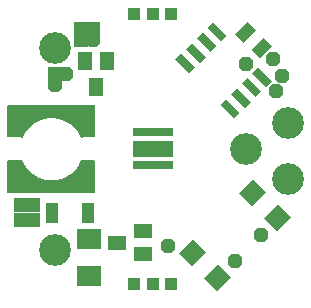
<source format=gts>
G75*
%MOIN*%
%OFA0B0*%
%FSLAX25Y25*%
%IPPOS*%
%LPD*%
%AMOC8*
5,1,8,0,0,1.08239X$1,22.5*
%
%ADD10R,0.05600X0.05600*%
%ADD11C,0.00500*%
%ADD12C,0.00160*%
%ADD13R,0.13592X0.02569*%
%ADD14R,0.13592X0.05718*%
%ADD15R,0.04537X0.06112*%
%ADD16R,0.06899X0.06112*%
%ADD17C,0.10600*%
%ADD18R,0.06112X0.04537*%
%ADD19R,0.04143X0.06899*%
%ADD20R,0.04143X0.05718*%
%ADD21R,0.02765X0.06506*%
%ADD22R,0.08080X0.06899*%
%ADD23R,0.04756X0.04756*%
%ADD24OC8,0.04756*%
%ADD25R,0.04362X0.04362*%
D10*
X0086061Y0071189D03*
X0086061Y0094811D03*
D11*
X0088620Y0094793D02*
X0059880Y0094793D01*
X0059880Y0094295D02*
X0088620Y0094295D01*
X0088620Y0093796D02*
X0073209Y0093796D01*
X0072944Y0093838D02*
X0074250Y0093630D01*
X0075549Y0093791D01*
X0076856Y0093747D01*
X0078141Y0093499D01*
X0079371Y0093053D01*
X0080517Y0092420D01*
X0081549Y0091616D01*
X0082442Y0090660D01*
X0083176Y0089576D01*
X0083730Y0088391D01*
X0084093Y0087134D01*
X0088620Y0087134D01*
X0088620Y0097370D01*
X0059880Y0097370D01*
X0059880Y0087134D01*
X0064407Y0087134D01*
X0064729Y0088417D01*
X0065257Y0089629D01*
X0065977Y0090739D01*
X0066869Y0091716D01*
X0067909Y0092533D01*
X0069069Y0093168D01*
X0070318Y0093604D01*
X0071621Y0093830D01*
X0072944Y0093838D01*
X0071427Y0093796D02*
X0059880Y0093796D01*
X0059880Y0093298D02*
X0069441Y0093298D01*
X0068396Y0092799D02*
X0059880Y0092799D01*
X0059880Y0092301D02*
X0067614Y0092301D01*
X0066979Y0091802D02*
X0059880Y0091802D01*
X0059880Y0091303D02*
X0066493Y0091303D01*
X0066037Y0090805D02*
X0059880Y0090805D01*
X0059880Y0090306D02*
X0065697Y0090306D01*
X0065373Y0089808D02*
X0059880Y0089808D01*
X0059880Y0089309D02*
X0065118Y0089309D01*
X0064901Y0088811D02*
X0059880Y0088811D01*
X0059880Y0088312D02*
X0064703Y0088312D01*
X0064578Y0087814D02*
X0059880Y0087814D01*
X0059880Y0087315D02*
X0064453Y0087315D01*
X0059880Y0095292D02*
X0088620Y0095292D01*
X0088620Y0095790D02*
X0059880Y0095790D01*
X0059880Y0096289D02*
X0088620Y0096289D01*
X0088620Y0096787D02*
X0059880Y0096787D01*
X0059880Y0097286D02*
X0088620Y0097286D01*
X0088620Y0093298D02*
X0078697Y0093298D01*
X0079831Y0092799D02*
X0088620Y0092799D01*
X0088620Y0092301D02*
X0080670Y0092301D01*
X0081310Y0091802D02*
X0088620Y0091802D01*
X0088620Y0091303D02*
X0081841Y0091303D01*
X0082307Y0090805D02*
X0088620Y0090805D01*
X0088620Y0090306D02*
X0082682Y0090306D01*
X0083019Y0089808D02*
X0088620Y0089808D01*
X0088620Y0089309D02*
X0083301Y0089309D01*
X0083534Y0088811D02*
X0088620Y0088811D01*
X0088620Y0088312D02*
X0083753Y0088312D01*
X0083897Y0087814D02*
X0088620Y0087814D01*
X0088620Y0087315D02*
X0084040Y0087315D01*
X0084093Y0078866D02*
X0088620Y0078866D01*
X0088620Y0068630D01*
X0059880Y0068630D01*
X0059880Y0078866D01*
X0064407Y0078866D01*
X0064770Y0077609D01*
X0065324Y0076424D01*
X0066058Y0075340D01*
X0066951Y0074384D01*
X0067983Y0073580D01*
X0069129Y0072947D01*
X0070359Y0072501D01*
X0071644Y0072253D01*
X0072951Y0072209D01*
X0074250Y0072370D01*
X0075556Y0072162D01*
X0076879Y0072170D01*
X0078182Y0072396D01*
X0079431Y0072832D01*
X0080591Y0073467D01*
X0081631Y0074284D01*
X0082523Y0075261D01*
X0083243Y0076371D01*
X0083771Y0077583D01*
X0084093Y0078866D01*
X0084086Y0078841D02*
X0088620Y0078841D01*
X0088620Y0078342D02*
X0083961Y0078342D01*
X0083836Y0077844D02*
X0088620Y0077844D01*
X0088620Y0077345D02*
X0083667Y0077345D01*
X0083450Y0076847D02*
X0088620Y0076847D01*
X0088620Y0076348D02*
X0083228Y0076348D01*
X0082905Y0075850D02*
X0088620Y0075850D01*
X0088620Y0075351D02*
X0082581Y0075351D01*
X0082150Y0074853D02*
X0088620Y0074853D01*
X0088620Y0074354D02*
X0081694Y0074354D01*
X0081085Y0073856D02*
X0088620Y0073856D01*
X0088620Y0073357D02*
X0080389Y0073357D01*
X0079479Y0072859D02*
X0088620Y0072859D01*
X0088620Y0072360D02*
X0077975Y0072360D01*
X0074313Y0072360D02*
X0074169Y0072360D01*
X0071088Y0072360D02*
X0059880Y0072360D01*
X0059880Y0071862D02*
X0088620Y0071862D01*
X0088620Y0071363D02*
X0059880Y0071363D01*
X0059880Y0070865D02*
X0088620Y0070865D01*
X0088620Y0070366D02*
X0059880Y0070366D01*
X0059880Y0069868D02*
X0088620Y0069868D01*
X0088620Y0069369D02*
X0059880Y0069369D01*
X0059880Y0068870D02*
X0088620Y0068870D01*
X0069372Y0072859D02*
X0059880Y0072859D01*
X0059880Y0073357D02*
X0068386Y0073357D01*
X0067629Y0073856D02*
X0059880Y0073856D01*
X0059880Y0074354D02*
X0066989Y0074354D01*
X0066513Y0074853D02*
X0059880Y0074853D01*
X0059880Y0075351D02*
X0066050Y0075351D01*
X0065713Y0075850D02*
X0059880Y0075850D01*
X0059880Y0076348D02*
X0065375Y0076348D01*
X0065126Y0076847D02*
X0059880Y0076847D01*
X0059880Y0077345D02*
X0064893Y0077345D01*
X0064702Y0077844D02*
X0059880Y0077844D01*
X0059880Y0078342D02*
X0064558Y0078342D01*
X0064415Y0078841D02*
X0059880Y0078841D01*
D12*
X0085354Y0087643D02*
X0084027Y0087085D01*
X0083922Y0087323D01*
X0083810Y0087558D01*
X0083694Y0087790D01*
X0083571Y0088019D01*
X0083443Y0088245D01*
X0083309Y0088468D01*
X0083170Y0088688D01*
X0083026Y0088904D01*
X0082876Y0089117D01*
X0082722Y0089326D01*
X0082562Y0089531D01*
X0082397Y0089732D01*
X0082228Y0089929D01*
X0082054Y0090122D01*
X0081875Y0090310D01*
X0081691Y0090494D01*
X0081503Y0090674D01*
X0081311Y0090849D01*
X0081114Y0091019D01*
X0080914Y0091184D01*
X0080709Y0091345D01*
X0080501Y0091500D01*
X0080289Y0091650D01*
X0080073Y0091796D01*
X0079854Y0091935D01*
X0079632Y0092070D01*
X0079406Y0092198D01*
X0079177Y0092322D01*
X0078945Y0092440D01*
X0078711Y0092552D01*
X0078474Y0092658D01*
X0078234Y0092758D01*
X0077992Y0092853D01*
X0077747Y0092942D01*
X0077501Y0093024D01*
X0077253Y0093101D01*
X0077002Y0093171D01*
X0076751Y0093236D01*
X0076497Y0093294D01*
X0076243Y0093346D01*
X0075987Y0093392D01*
X0075730Y0093432D01*
X0075472Y0093465D01*
X0075213Y0093492D01*
X0074954Y0093513D01*
X0074695Y0093527D01*
X0074435Y0093535D01*
X0074175Y0093537D01*
X0073915Y0093532D01*
X0073656Y0093521D01*
X0073396Y0093504D01*
X0073137Y0093480D01*
X0072879Y0093450D01*
X0072622Y0093414D01*
X0072365Y0093372D01*
X0072110Y0093323D01*
X0071856Y0093268D01*
X0071603Y0093207D01*
X0071352Y0093140D01*
X0071103Y0093066D01*
X0070855Y0092987D01*
X0070610Y0092901D01*
X0070367Y0092810D01*
X0070125Y0092713D01*
X0069887Y0092610D01*
X0069651Y0092501D01*
X0069418Y0092386D01*
X0069187Y0092266D01*
X0068960Y0092140D01*
X0068736Y0092008D01*
X0068515Y0091872D01*
X0068297Y0091729D01*
X0068083Y0091582D01*
X0067873Y0091429D01*
X0067666Y0091272D01*
X0067463Y0091109D01*
X0067265Y0090941D01*
X0067070Y0090769D01*
X0066880Y0090592D01*
X0066694Y0090410D01*
X0066512Y0090224D01*
X0066336Y0090033D01*
X0066163Y0089839D01*
X0065996Y0089640D01*
X0065834Y0089437D01*
X0065676Y0089230D01*
X0065524Y0089019D01*
X0065377Y0088805D01*
X0065235Y0088587D01*
X0065099Y0088366D01*
X0064967Y0088142D01*
X0064842Y0087914D01*
X0064722Y0087683D01*
X0064608Y0087450D01*
X0064499Y0087214D01*
X0064396Y0086975D01*
X0063063Y0087518D01*
X0063179Y0087790D01*
X0063302Y0088058D01*
X0063432Y0088323D01*
X0063568Y0088585D01*
X0063710Y0088844D01*
X0063859Y0089099D01*
X0064014Y0089351D01*
X0064175Y0089598D01*
X0064342Y0089842D01*
X0064515Y0090081D01*
X0064693Y0090316D01*
X0064878Y0090547D01*
X0065068Y0090773D01*
X0065263Y0090994D01*
X0065464Y0091211D01*
X0065670Y0091422D01*
X0065881Y0091629D01*
X0066097Y0091830D01*
X0066318Y0092026D01*
X0066543Y0092217D01*
X0066773Y0092402D01*
X0067008Y0092581D01*
X0067247Y0092754D01*
X0067490Y0092922D01*
X0067737Y0093084D01*
X0067988Y0093239D01*
X0068243Y0093389D01*
X0068501Y0093532D01*
X0068763Y0093669D01*
X0069028Y0093799D01*
X0069296Y0093923D01*
X0069567Y0094040D01*
X0069841Y0094151D01*
X0070117Y0094255D01*
X0070396Y0094352D01*
X0070677Y0094442D01*
X0070960Y0094525D01*
X0071245Y0094602D01*
X0071532Y0094671D01*
X0071821Y0094734D01*
X0072111Y0094789D01*
X0072402Y0094837D01*
X0072695Y0094879D01*
X0072988Y0094913D01*
X0073282Y0094939D01*
X0073577Y0094959D01*
X0073872Y0094972D01*
X0074167Y0094977D01*
X0074462Y0094975D01*
X0074757Y0094966D01*
X0075052Y0094949D01*
X0075347Y0094926D01*
X0075640Y0094895D01*
X0075933Y0094857D01*
X0076225Y0094812D01*
X0076516Y0094760D01*
X0076805Y0094701D01*
X0077093Y0094635D01*
X0077379Y0094561D01*
X0077663Y0094481D01*
X0077945Y0094394D01*
X0078225Y0094300D01*
X0078502Y0094199D01*
X0078777Y0094092D01*
X0079050Y0093978D01*
X0079319Y0093857D01*
X0079586Y0093729D01*
X0079849Y0093596D01*
X0080109Y0093455D01*
X0080365Y0093309D01*
X0080618Y0093156D01*
X0080867Y0092997D01*
X0081112Y0092832D01*
X0081352Y0092662D01*
X0081589Y0092485D01*
X0081821Y0092303D01*
X0082049Y0092115D01*
X0082272Y0091921D01*
X0082490Y0091722D01*
X0082704Y0091518D01*
X0082912Y0091309D01*
X0083115Y0091095D01*
X0083313Y0090875D01*
X0083505Y0090651D01*
X0083692Y0090423D01*
X0083874Y0090190D01*
X0084049Y0089952D01*
X0084219Y0089711D01*
X0084383Y0089465D01*
X0084540Y0089215D01*
X0084692Y0088962D01*
X0084837Y0088705D01*
X0084976Y0088444D01*
X0085109Y0088181D01*
X0085235Y0087914D01*
X0085355Y0087644D01*
X0085215Y0087585D01*
X0085097Y0087852D01*
X0084973Y0088115D01*
X0084842Y0088376D01*
X0084704Y0088633D01*
X0084561Y0088887D01*
X0084411Y0089137D01*
X0084256Y0089384D01*
X0084094Y0089626D01*
X0083926Y0089865D01*
X0083753Y0090099D01*
X0083574Y0090329D01*
X0083389Y0090555D01*
X0083199Y0090776D01*
X0083004Y0090993D01*
X0082803Y0091204D01*
X0082598Y0091411D01*
X0082387Y0091612D01*
X0082171Y0091809D01*
X0081951Y0092000D01*
X0081726Y0092185D01*
X0081497Y0092365D01*
X0081263Y0092540D01*
X0081025Y0092708D01*
X0080783Y0092871D01*
X0080538Y0093028D01*
X0080288Y0093179D01*
X0080035Y0093324D01*
X0079778Y0093462D01*
X0079518Y0093594D01*
X0079255Y0093720D01*
X0078989Y0093839D01*
X0078720Y0093952D01*
X0078449Y0094058D01*
X0078175Y0094158D01*
X0077898Y0094250D01*
X0077620Y0094336D01*
X0077339Y0094416D01*
X0077057Y0094488D01*
X0076773Y0094553D01*
X0076487Y0094612D01*
X0076200Y0094663D01*
X0075912Y0094708D01*
X0075623Y0094745D01*
X0075333Y0094775D01*
X0075042Y0094799D01*
X0074751Y0094815D01*
X0074459Y0094824D01*
X0074168Y0094826D01*
X0073876Y0094821D01*
X0073585Y0094808D01*
X0073294Y0094789D01*
X0073004Y0094762D01*
X0072714Y0094729D01*
X0072425Y0094688D01*
X0072138Y0094640D01*
X0071851Y0094586D01*
X0071566Y0094524D01*
X0071283Y0094456D01*
X0071001Y0094380D01*
X0070722Y0094298D01*
X0070444Y0094209D01*
X0070169Y0094113D01*
X0069896Y0094010D01*
X0069625Y0093901D01*
X0069358Y0093785D01*
X0069093Y0093663D01*
X0068832Y0093534D01*
X0068573Y0093399D01*
X0068318Y0093258D01*
X0068067Y0093110D01*
X0067819Y0092957D01*
X0067575Y0092797D01*
X0067335Y0092632D01*
X0067099Y0092460D01*
X0066867Y0092283D01*
X0066640Y0092101D01*
X0066417Y0091912D01*
X0066199Y0091719D01*
X0065986Y0091520D01*
X0065777Y0091316D01*
X0065574Y0091107D01*
X0065376Y0090894D01*
X0065183Y0090675D01*
X0064995Y0090452D01*
X0064813Y0090224D01*
X0064637Y0089992D01*
X0064466Y0089755D01*
X0064301Y0089515D01*
X0064142Y0089271D01*
X0063989Y0089022D01*
X0063842Y0088770D01*
X0063702Y0088515D01*
X0063567Y0088256D01*
X0063439Y0087994D01*
X0063318Y0087729D01*
X0063202Y0087461D01*
X0063342Y0087404D01*
X0063456Y0087669D01*
X0063576Y0087931D01*
X0063702Y0088189D01*
X0063835Y0088445D01*
X0063974Y0088697D01*
X0064119Y0088945D01*
X0064270Y0089190D01*
X0064427Y0089432D01*
X0064590Y0089669D01*
X0064758Y0089903D01*
X0064933Y0090132D01*
X0065112Y0090357D01*
X0065298Y0090577D01*
X0065488Y0090793D01*
X0065684Y0091004D01*
X0065885Y0091210D01*
X0066090Y0091411D01*
X0066301Y0091608D01*
X0066516Y0091799D01*
X0066736Y0091984D01*
X0066961Y0092165D01*
X0067189Y0092339D01*
X0067422Y0092509D01*
X0067659Y0092672D01*
X0067900Y0092830D01*
X0068145Y0092981D01*
X0068393Y0093127D01*
X0068645Y0093266D01*
X0068900Y0093400D01*
X0069158Y0093527D01*
X0069420Y0093647D01*
X0069684Y0093762D01*
X0069951Y0093869D01*
X0070220Y0093971D01*
X0070492Y0094065D01*
X0070766Y0094153D01*
X0071042Y0094235D01*
X0071321Y0094309D01*
X0071600Y0094377D01*
X0071882Y0094438D01*
X0072164Y0094492D01*
X0072448Y0094539D01*
X0072733Y0094579D01*
X0073019Y0094612D01*
X0073306Y0094638D01*
X0073593Y0094658D01*
X0073881Y0094670D01*
X0074169Y0094675D01*
X0074457Y0094673D01*
X0074744Y0094664D01*
X0075032Y0094648D01*
X0075319Y0094625D01*
X0075605Y0094595D01*
X0075890Y0094558D01*
X0076175Y0094514D01*
X0076458Y0094464D01*
X0076740Y0094406D01*
X0077021Y0094341D01*
X0077300Y0094270D01*
X0077577Y0094192D01*
X0077852Y0094107D01*
X0078125Y0094015D01*
X0078395Y0093917D01*
X0078663Y0093812D01*
X0078929Y0093701D01*
X0079192Y0093583D01*
X0079451Y0093459D01*
X0079708Y0093328D01*
X0079961Y0093192D01*
X0080211Y0093049D01*
X0080458Y0092900D01*
X0080700Y0092745D01*
X0080939Y0092585D01*
X0081174Y0092418D01*
X0081405Y0092246D01*
X0081631Y0092068D01*
X0081853Y0091885D01*
X0082071Y0091696D01*
X0082283Y0091502D01*
X0082491Y0091303D01*
X0082694Y0091099D01*
X0082893Y0090891D01*
X0083085Y0090677D01*
X0083273Y0090459D01*
X0083455Y0090236D01*
X0083632Y0090009D01*
X0083803Y0089777D01*
X0083969Y0089542D01*
X0084128Y0089302D01*
X0084282Y0089059D01*
X0084430Y0088812D01*
X0084572Y0088561D01*
X0084707Y0088307D01*
X0084837Y0088050D01*
X0084960Y0087790D01*
X0085076Y0087527D01*
X0084937Y0087468D01*
X0084822Y0087728D01*
X0084700Y0087985D01*
X0084573Y0088239D01*
X0084439Y0088489D01*
X0084299Y0088737D01*
X0084153Y0088980D01*
X0084001Y0089221D01*
X0083844Y0089457D01*
X0083680Y0089690D01*
X0083511Y0089918D01*
X0083337Y0090142D01*
X0083157Y0090362D01*
X0082972Y0090578D01*
X0082781Y0090789D01*
X0082586Y0090995D01*
X0082385Y0091196D01*
X0082180Y0091392D01*
X0081970Y0091584D01*
X0081755Y0091770D01*
X0081536Y0091951D01*
X0081312Y0092126D01*
X0081085Y0092296D01*
X0080853Y0092461D01*
X0080617Y0092619D01*
X0080377Y0092772D01*
X0080134Y0092919D01*
X0079888Y0093060D01*
X0079637Y0093195D01*
X0079384Y0093324D01*
X0079128Y0093446D01*
X0078868Y0093562D01*
X0078606Y0093672D01*
X0078342Y0093776D01*
X0078075Y0093873D01*
X0077805Y0093963D01*
X0077534Y0094047D01*
X0077260Y0094124D01*
X0076985Y0094195D01*
X0076708Y0094258D01*
X0076430Y0094315D01*
X0076150Y0094365D01*
X0075869Y0094409D01*
X0075587Y0094445D01*
X0075305Y0094475D01*
X0075021Y0094497D01*
X0074738Y0094513D01*
X0074454Y0094522D01*
X0074170Y0094524D01*
X0073885Y0094519D01*
X0073602Y0094507D01*
X0073318Y0094488D01*
X0073035Y0094462D01*
X0072753Y0094429D01*
X0072471Y0094390D01*
X0072191Y0094343D01*
X0071912Y0094290D01*
X0071634Y0094230D01*
X0071358Y0094163D01*
X0071084Y0094089D01*
X0070811Y0094009D01*
X0070540Y0093922D01*
X0070272Y0093829D01*
X0070006Y0093729D01*
X0069743Y0093622D01*
X0069482Y0093510D01*
X0069224Y0093391D01*
X0068969Y0093265D01*
X0068717Y0093134D01*
X0068468Y0092996D01*
X0068223Y0092852D01*
X0067982Y0092702D01*
X0067744Y0092547D01*
X0067510Y0092386D01*
X0067280Y0092219D01*
X0067054Y0092046D01*
X0066833Y0091868D01*
X0066616Y0091685D01*
X0066403Y0091496D01*
X0066195Y0091303D01*
X0065992Y0091104D01*
X0065794Y0090900D01*
X0065600Y0090692D01*
X0065412Y0090479D01*
X0065230Y0090261D01*
X0065052Y0090040D01*
X0064880Y0089813D01*
X0064714Y0089583D01*
X0064553Y0089349D01*
X0064398Y0089110D01*
X0064249Y0088869D01*
X0064106Y0088623D01*
X0063969Y0088374D01*
X0063838Y0088122D01*
X0063713Y0087867D01*
X0063594Y0087609D01*
X0063482Y0087347D01*
X0063622Y0087290D01*
X0063733Y0087548D01*
X0063850Y0087803D01*
X0063973Y0088055D01*
X0064102Y0088304D01*
X0064238Y0088549D01*
X0064379Y0088792D01*
X0064526Y0089030D01*
X0064679Y0089265D01*
X0064838Y0089497D01*
X0065002Y0089724D01*
X0065172Y0089947D01*
X0065347Y0090166D01*
X0065527Y0090381D01*
X0065713Y0090591D01*
X0065904Y0090797D01*
X0066099Y0090998D01*
X0066300Y0091194D01*
X0066505Y0091385D01*
X0066715Y0091571D01*
X0066929Y0091752D01*
X0067148Y0091928D01*
X0067371Y0092098D01*
X0067598Y0092263D01*
X0067829Y0092422D01*
X0068063Y0092575D01*
X0068302Y0092723D01*
X0068544Y0092865D01*
X0068789Y0093001D01*
X0069038Y0093131D01*
X0069289Y0093254D01*
X0069544Y0093372D01*
X0069801Y0093483D01*
X0070061Y0093588D01*
X0070324Y0093687D01*
X0070589Y0093779D01*
X0070856Y0093865D01*
X0071125Y0093944D01*
X0071396Y0094017D01*
X0071668Y0094083D01*
X0071942Y0094142D01*
X0072218Y0094195D01*
X0072494Y0094240D01*
X0072772Y0094280D01*
X0073051Y0094312D01*
X0073330Y0094337D01*
X0073610Y0094356D01*
X0073890Y0094368D01*
X0074170Y0094373D01*
X0074451Y0094371D01*
X0074731Y0094362D01*
X0075011Y0094347D01*
X0075291Y0094324D01*
X0075570Y0094295D01*
X0075848Y0094259D01*
X0076125Y0094217D01*
X0076401Y0094167D01*
X0076676Y0094111D01*
X0076949Y0094048D01*
X0077221Y0093978D01*
X0077491Y0093902D01*
X0077759Y0093819D01*
X0078025Y0093730D01*
X0078288Y0093635D01*
X0078549Y0093532D01*
X0078808Y0093424D01*
X0079064Y0093309D01*
X0079317Y0093188D01*
X0079567Y0093061D01*
X0079814Y0092928D01*
X0080057Y0092789D01*
X0080297Y0092644D01*
X0080534Y0092493D01*
X0080767Y0092337D01*
X0080995Y0092174D01*
X0081220Y0092007D01*
X0081441Y0091834D01*
X0081657Y0091655D01*
X0081869Y0091471D01*
X0082076Y0091283D01*
X0082279Y0091089D01*
X0082477Y0090890D01*
X0082670Y0090687D01*
X0082858Y0090478D01*
X0083041Y0090266D01*
X0083218Y0090049D01*
X0083391Y0089827D01*
X0083557Y0089602D01*
X0083719Y0089372D01*
X0083874Y0089139D01*
X0084024Y0088902D01*
X0084168Y0088661D01*
X0084306Y0088417D01*
X0084438Y0088170D01*
X0084564Y0087919D01*
X0084684Y0087666D01*
X0084798Y0087409D01*
X0084659Y0087351D01*
X0084546Y0087604D01*
X0084428Y0087854D01*
X0084304Y0088101D01*
X0084173Y0088345D01*
X0084037Y0088586D01*
X0083895Y0088824D01*
X0083747Y0089058D01*
X0083593Y0089288D01*
X0083434Y0089514D01*
X0083270Y0089737D01*
X0083100Y0089955D01*
X0082924Y0090169D01*
X0082744Y0090379D01*
X0082559Y0090585D01*
X0082368Y0090785D01*
X0082173Y0090981D01*
X0081973Y0091173D01*
X0081768Y0091359D01*
X0081559Y0091540D01*
X0081346Y0091716D01*
X0081128Y0091887D01*
X0080906Y0092053D01*
X0080680Y0092213D01*
X0080451Y0092367D01*
X0080217Y0092516D01*
X0079980Y0092659D01*
X0079740Y0092796D01*
X0079497Y0092928D01*
X0079250Y0093053D01*
X0079000Y0093172D01*
X0078748Y0093286D01*
X0078492Y0093393D01*
X0078235Y0093493D01*
X0077975Y0093588D01*
X0077712Y0093676D01*
X0077448Y0093757D01*
X0077181Y0093833D01*
X0076913Y0093901D01*
X0076644Y0093963D01*
X0076372Y0094019D01*
X0076100Y0094068D01*
X0075827Y0094110D01*
X0075552Y0094145D01*
X0075277Y0094174D01*
X0075001Y0094196D01*
X0074725Y0094211D01*
X0074448Y0094220D01*
X0074171Y0094222D01*
X0073895Y0094217D01*
X0073618Y0094205D01*
X0073342Y0094187D01*
X0073066Y0094162D01*
X0072791Y0094130D01*
X0072517Y0094091D01*
X0072244Y0094046D01*
X0071973Y0093994D01*
X0071702Y0093936D01*
X0071433Y0093870D01*
X0071166Y0093799D01*
X0070900Y0093721D01*
X0070637Y0093636D01*
X0070375Y0093545D01*
X0070116Y0093448D01*
X0069860Y0093344D01*
X0069606Y0093234D01*
X0069355Y0093118D01*
X0069106Y0092996D01*
X0068861Y0092868D01*
X0068619Y0092734D01*
X0068380Y0092594D01*
X0068145Y0092448D01*
X0067913Y0092297D01*
X0067685Y0092140D01*
X0067461Y0091977D01*
X0067241Y0091809D01*
X0067026Y0091636D01*
X0066814Y0091457D01*
X0066607Y0091274D01*
X0066405Y0091085D01*
X0066207Y0090892D01*
X0066014Y0090693D01*
X0065825Y0090491D01*
X0065642Y0090283D01*
X0065464Y0090071D01*
X0065291Y0089855D01*
X0065124Y0089635D01*
X0064962Y0089410D01*
X0064805Y0089182D01*
X0064654Y0088950D01*
X0064509Y0088715D01*
X0064369Y0088476D01*
X0064236Y0088233D01*
X0064108Y0087988D01*
X0063987Y0087739D01*
X0063871Y0087488D01*
X0063762Y0087234D01*
X0063902Y0087177D01*
X0064010Y0087427D01*
X0064124Y0087675D01*
X0064244Y0087921D01*
X0064369Y0088163D01*
X0064501Y0088402D01*
X0064639Y0088638D01*
X0064782Y0088870D01*
X0064931Y0089099D01*
X0065086Y0089324D01*
X0065246Y0089546D01*
X0065411Y0089763D01*
X0065581Y0089976D01*
X0065757Y0090185D01*
X0065938Y0090390D01*
X0066124Y0090590D01*
X0066314Y0090786D01*
X0066509Y0090976D01*
X0066709Y0091162D01*
X0066913Y0091344D01*
X0067122Y0091520D01*
X0067335Y0091691D01*
X0067552Y0091856D01*
X0067773Y0092017D01*
X0067998Y0092172D01*
X0068226Y0092321D01*
X0068458Y0092465D01*
X0068694Y0092603D01*
X0068933Y0092735D01*
X0069175Y0092862D01*
X0069420Y0092982D01*
X0069668Y0093097D01*
X0069918Y0093205D01*
X0070172Y0093307D01*
X0070427Y0093403D01*
X0070685Y0093493D01*
X0070945Y0093576D01*
X0071207Y0093654D01*
X0071471Y0093724D01*
X0071736Y0093788D01*
X0072003Y0093846D01*
X0072271Y0093897D01*
X0072540Y0093942D01*
X0072811Y0093980D01*
X0073082Y0094011D01*
X0073354Y0094036D01*
X0073626Y0094054D01*
X0073899Y0094066D01*
X0074172Y0094071D01*
X0074445Y0094069D01*
X0074718Y0094061D01*
X0074991Y0094045D01*
X0075263Y0094024D01*
X0075534Y0093995D01*
X0075805Y0093960D01*
X0076075Y0093919D01*
X0076344Y0093871D01*
X0076611Y0093816D01*
X0076877Y0093755D01*
X0077142Y0093687D01*
X0077405Y0093613D01*
X0077666Y0093532D01*
X0077924Y0093445D01*
X0078181Y0093352D01*
X0078435Y0093253D01*
X0078687Y0093147D01*
X0078936Y0093036D01*
X0079183Y0092918D01*
X0079426Y0092794D01*
X0079666Y0092665D01*
X0079904Y0092529D01*
X0080137Y0092388D01*
X0080367Y0092241D01*
X0080594Y0092089D01*
X0080817Y0091931D01*
X0081036Y0091768D01*
X0081250Y0091599D01*
X0081461Y0091425D01*
X0081667Y0091247D01*
X0081869Y0091063D01*
X0082067Y0090874D01*
X0082259Y0090681D01*
X0082447Y0090482D01*
X0082630Y0090280D01*
X0082808Y0090073D01*
X0082981Y0089862D01*
X0083149Y0089646D01*
X0083311Y0089427D01*
X0083468Y0089203D01*
X0083620Y0088976D01*
X0083766Y0088745D01*
X0083906Y0088511D01*
X0084041Y0088273D01*
X0084169Y0088033D01*
X0084292Y0087789D01*
X0084409Y0087542D01*
X0084519Y0087292D01*
X0084380Y0087234D01*
X0084271Y0087480D01*
X0084156Y0087723D01*
X0084035Y0087964D01*
X0083908Y0088202D01*
X0083775Y0088436D01*
X0083637Y0088667D01*
X0083493Y0088895D01*
X0083343Y0089119D01*
X0083188Y0089339D01*
X0083028Y0089556D01*
X0082863Y0089768D01*
X0082692Y0089976D01*
X0082516Y0090181D01*
X0082336Y0090380D01*
X0082151Y0090576D01*
X0081960Y0090767D01*
X0081766Y0090953D01*
X0081567Y0091134D01*
X0081363Y0091310D01*
X0081155Y0091482D01*
X0080943Y0091648D01*
X0080727Y0091809D01*
X0080508Y0091965D01*
X0080284Y0092115D01*
X0080057Y0092260D01*
X0079827Y0092399D01*
X0079593Y0092533D01*
X0079356Y0092661D01*
X0079116Y0092783D01*
X0078873Y0092899D01*
X0078627Y0093009D01*
X0078378Y0093113D01*
X0078128Y0093211D01*
X0077874Y0093303D01*
X0077619Y0093389D01*
X0077362Y0093468D01*
X0077102Y0093541D01*
X0076842Y0093608D01*
X0076579Y0093668D01*
X0076315Y0093722D01*
X0076050Y0093770D01*
X0075784Y0093811D01*
X0075517Y0093845D01*
X0075249Y0093873D01*
X0074980Y0093895D01*
X0074712Y0093910D01*
X0074442Y0093918D01*
X0074173Y0093920D01*
X0073904Y0093915D01*
X0073635Y0093904D01*
X0073366Y0093886D01*
X0073098Y0093861D01*
X0072830Y0093830D01*
X0072563Y0093793D01*
X0072298Y0093749D01*
X0072033Y0093698D01*
X0071770Y0093641D01*
X0071508Y0093578D01*
X0071248Y0093508D01*
X0070990Y0093432D01*
X0070733Y0093350D01*
X0070479Y0093261D01*
X0070227Y0093167D01*
X0069977Y0093066D01*
X0069730Y0092959D01*
X0069485Y0092846D01*
X0069243Y0092727D01*
X0069005Y0092602D01*
X0068769Y0092472D01*
X0068537Y0092336D01*
X0068308Y0092194D01*
X0068082Y0092047D01*
X0067861Y0091894D01*
X0067643Y0091736D01*
X0067429Y0091572D01*
X0067219Y0091404D01*
X0067013Y0091230D01*
X0066811Y0091051D01*
X0066614Y0090868D01*
X0066421Y0090679D01*
X0066234Y0090486D01*
X0066050Y0090289D01*
X0065872Y0090087D01*
X0065699Y0089881D01*
X0065530Y0089671D01*
X0065367Y0089456D01*
X0065210Y0089238D01*
X0065057Y0089016D01*
X0064910Y0088790D01*
X0064769Y0088561D01*
X0064633Y0088328D01*
X0064503Y0088093D01*
X0064379Y0087854D01*
X0064260Y0087612D01*
X0064148Y0087367D01*
X0064041Y0087120D01*
X0064181Y0087063D01*
X0064286Y0087307D01*
X0064397Y0087548D01*
X0064514Y0087786D01*
X0064637Y0088022D01*
X0064765Y0088255D01*
X0064899Y0088484D01*
X0065038Y0088710D01*
X0065183Y0088933D01*
X0065334Y0089152D01*
X0065489Y0089367D01*
X0065650Y0089578D01*
X0065816Y0089786D01*
X0065987Y0089989D01*
X0066163Y0090188D01*
X0066343Y0090383D01*
X0066529Y0090573D01*
X0066719Y0090759D01*
X0066913Y0090940D01*
X0067112Y0091116D01*
X0067315Y0091287D01*
X0067522Y0091454D01*
X0067733Y0091615D01*
X0067948Y0091771D01*
X0068167Y0091922D01*
X0068389Y0092067D01*
X0068615Y0092207D01*
X0068844Y0092341D01*
X0069077Y0092470D01*
X0069312Y0092593D01*
X0069551Y0092710D01*
X0069792Y0092821D01*
X0070035Y0092927D01*
X0070282Y0093026D01*
X0070530Y0093119D01*
X0070781Y0093207D01*
X0071034Y0093288D01*
X0071289Y0093363D01*
X0071546Y0093432D01*
X0071804Y0093494D01*
X0072063Y0093550D01*
X0072324Y0093600D01*
X0072586Y0093643D01*
X0072849Y0093680D01*
X0073113Y0093711D01*
X0073378Y0093735D01*
X0073643Y0093753D01*
X0073908Y0093764D01*
X0074174Y0093769D01*
X0074439Y0093767D01*
X0074705Y0093759D01*
X0074970Y0093744D01*
X0075235Y0093723D01*
X0075499Y0093695D01*
X0075763Y0093661D01*
X0076025Y0093621D01*
X0076287Y0093574D01*
X0076547Y0093521D01*
X0076806Y0093461D01*
X0077063Y0093395D01*
X0077319Y0093323D01*
X0077572Y0093245D01*
X0077824Y0093160D01*
X0078074Y0093070D01*
X0078321Y0092973D01*
X0078566Y0092870D01*
X0078809Y0092762D01*
X0079048Y0092647D01*
X0079285Y0092527D01*
X0079519Y0092401D01*
X0079750Y0092269D01*
X0079977Y0092132D01*
X0080201Y0091989D01*
X0080421Y0091841D01*
X0080638Y0091687D01*
X0080851Y0091529D01*
X0081060Y0091365D01*
X0081265Y0091196D01*
X0081466Y0091022D01*
X0081662Y0090843D01*
X0081854Y0090659D01*
X0082042Y0090471D01*
X0082225Y0090278D01*
X0082403Y0090081D01*
X0082576Y0089880D01*
X0082744Y0089674D01*
X0082907Y0089465D01*
X0083065Y0089251D01*
X0083218Y0089034D01*
X0083366Y0088813D01*
X0083508Y0088589D01*
X0083644Y0088361D01*
X0083775Y0088130D01*
X0083900Y0087895D01*
X0084020Y0087658D01*
X0084133Y0087418D01*
X0084241Y0087175D01*
X0084102Y0087117D01*
X0083996Y0087356D01*
X0083884Y0087593D01*
X0083766Y0087827D01*
X0083642Y0088058D01*
X0083513Y0088286D01*
X0083379Y0088510D01*
X0083238Y0088732D01*
X0083093Y0088950D01*
X0082942Y0089164D01*
X0082787Y0089374D01*
X0082626Y0089581D01*
X0082460Y0089784D01*
X0082289Y0089982D01*
X0082113Y0090176D01*
X0081933Y0090366D01*
X0081748Y0090552D01*
X0081559Y0090733D01*
X0081365Y0090909D01*
X0081167Y0091081D01*
X0080965Y0091247D01*
X0080759Y0091409D01*
X0080549Y0091566D01*
X0080335Y0091717D01*
X0080118Y0091863D01*
X0079897Y0092004D01*
X0079673Y0092139D01*
X0079445Y0092269D01*
X0079215Y0092393D01*
X0078981Y0092512D01*
X0078745Y0092625D01*
X0078506Y0092732D01*
X0078264Y0092833D01*
X0078020Y0092929D01*
X0077774Y0093018D01*
X0077526Y0093101D01*
X0077276Y0093179D01*
X0077024Y0093250D01*
X0076770Y0093315D01*
X0076515Y0093373D01*
X0076258Y0093426D01*
X0076000Y0093472D01*
X0075741Y0093512D01*
X0075481Y0093545D01*
X0075221Y0093573D01*
X0074960Y0093594D01*
X0074698Y0093608D01*
X0074437Y0093616D01*
X0074175Y0093618D01*
X0073913Y0093613D01*
X0073651Y0093602D01*
X0073390Y0093585D01*
X0073129Y0093561D01*
X0072869Y0093531D01*
X0072609Y0093494D01*
X0072351Y0093451D01*
X0072094Y0093402D01*
X0071838Y0093347D01*
X0071583Y0093285D01*
X0071330Y0093218D01*
X0071079Y0093144D01*
X0070829Y0093064D01*
X0070582Y0092978D01*
X0070337Y0092885D01*
X0070094Y0092787D01*
X0069854Y0092683D01*
X0069616Y0092574D01*
X0069381Y0092458D01*
X0069149Y0092337D01*
X0068919Y0092210D01*
X0068694Y0092078D01*
X0068471Y0091940D01*
X0068252Y0091796D01*
X0068036Y0091648D01*
X0067824Y0091494D01*
X0067616Y0091335D01*
X0067411Y0091171D01*
X0067211Y0091002D01*
X0067015Y0090829D01*
X0066824Y0090650D01*
X0066636Y0090467D01*
X0066453Y0090279D01*
X0066275Y0090087D01*
X0066102Y0089891D01*
X0065933Y0089691D01*
X0065770Y0089486D01*
X0065611Y0089278D01*
X0065458Y0089066D01*
X0065309Y0088850D01*
X0065166Y0088630D01*
X0065029Y0088407D01*
X0064897Y0088181D01*
X0064770Y0087952D01*
X0064649Y0087719D01*
X0064534Y0087484D01*
X0064425Y0087246D01*
X0064321Y0087006D01*
X0063146Y0078357D02*
X0064473Y0078915D01*
X0064578Y0078677D01*
X0064690Y0078442D01*
X0064806Y0078210D01*
X0064929Y0077981D01*
X0065057Y0077755D01*
X0065191Y0077532D01*
X0065330Y0077312D01*
X0065474Y0077096D01*
X0065624Y0076883D01*
X0065778Y0076674D01*
X0065938Y0076469D01*
X0066103Y0076268D01*
X0066272Y0076071D01*
X0066446Y0075878D01*
X0066625Y0075690D01*
X0066809Y0075506D01*
X0066997Y0075326D01*
X0067189Y0075151D01*
X0067386Y0074981D01*
X0067586Y0074816D01*
X0067791Y0074655D01*
X0067999Y0074500D01*
X0068211Y0074350D01*
X0068427Y0074204D01*
X0068646Y0074065D01*
X0068868Y0073930D01*
X0069094Y0073802D01*
X0069323Y0073678D01*
X0069555Y0073560D01*
X0069789Y0073448D01*
X0070026Y0073342D01*
X0070266Y0073242D01*
X0070508Y0073147D01*
X0070753Y0073058D01*
X0070999Y0072976D01*
X0071247Y0072899D01*
X0071498Y0072829D01*
X0071749Y0072764D01*
X0072003Y0072706D01*
X0072257Y0072654D01*
X0072513Y0072608D01*
X0072770Y0072568D01*
X0073028Y0072535D01*
X0073287Y0072508D01*
X0073546Y0072487D01*
X0073805Y0072473D01*
X0074065Y0072465D01*
X0074325Y0072463D01*
X0074585Y0072468D01*
X0074844Y0072479D01*
X0075104Y0072496D01*
X0075363Y0072520D01*
X0075621Y0072550D01*
X0075878Y0072586D01*
X0076135Y0072628D01*
X0076390Y0072677D01*
X0076644Y0072732D01*
X0076897Y0072793D01*
X0077148Y0072860D01*
X0077397Y0072934D01*
X0077645Y0073013D01*
X0077890Y0073099D01*
X0078133Y0073190D01*
X0078375Y0073287D01*
X0078613Y0073390D01*
X0078849Y0073499D01*
X0079082Y0073614D01*
X0079313Y0073734D01*
X0079540Y0073860D01*
X0079764Y0073992D01*
X0079985Y0074128D01*
X0080203Y0074271D01*
X0080417Y0074418D01*
X0080627Y0074571D01*
X0080834Y0074728D01*
X0081037Y0074891D01*
X0081235Y0075059D01*
X0081430Y0075231D01*
X0081620Y0075408D01*
X0081806Y0075590D01*
X0081988Y0075776D01*
X0082164Y0075967D01*
X0082337Y0076161D01*
X0082504Y0076360D01*
X0082666Y0076563D01*
X0082824Y0076770D01*
X0082976Y0076981D01*
X0083123Y0077195D01*
X0083265Y0077413D01*
X0083401Y0077634D01*
X0083533Y0077858D01*
X0083658Y0078086D01*
X0083778Y0078317D01*
X0083892Y0078550D01*
X0084001Y0078786D01*
X0084104Y0079025D01*
X0085437Y0078482D01*
X0085321Y0078210D01*
X0085198Y0077942D01*
X0085068Y0077677D01*
X0084932Y0077415D01*
X0084790Y0077156D01*
X0084641Y0076901D01*
X0084486Y0076649D01*
X0084325Y0076402D01*
X0084158Y0076158D01*
X0083985Y0075919D01*
X0083807Y0075684D01*
X0083622Y0075453D01*
X0083432Y0075227D01*
X0083237Y0075006D01*
X0083036Y0074789D01*
X0082830Y0074578D01*
X0082619Y0074371D01*
X0082403Y0074170D01*
X0082182Y0073974D01*
X0081957Y0073783D01*
X0081727Y0073598D01*
X0081492Y0073419D01*
X0081253Y0073246D01*
X0081010Y0073078D01*
X0080763Y0072916D01*
X0080512Y0072761D01*
X0080257Y0072611D01*
X0079999Y0072468D01*
X0079737Y0072331D01*
X0079472Y0072201D01*
X0079204Y0072077D01*
X0078933Y0071960D01*
X0078659Y0071849D01*
X0078383Y0071745D01*
X0078104Y0071648D01*
X0077823Y0071558D01*
X0077540Y0071475D01*
X0077255Y0071398D01*
X0076968Y0071329D01*
X0076679Y0071266D01*
X0076389Y0071211D01*
X0076098Y0071163D01*
X0075805Y0071121D01*
X0075512Y0071087D01*
X0075218Y0071061D01*
X0074923Y0071041D01*
X0074628Y0071028D01*
X0074333Y0071023D01*
X0074038Y0071025D01*
X0073743Y0071034D01*
X0073448Y0071051D01*
X0073153Y0071074D01*
X0072860Y0071105D01*
X0072567Y0071143D01*
X0072275Y0071188D01*
X0071984Y0071240D01*
X0071695Y0071299D01*
X0071407Y0071365D01*
X0071121Y0071439D01*
X0070837Y0071519D01*
X0070555Y0071606D01*
X0070275Y0071700D01*
X0069998Y0071801D01*
X0069723Y0071908D01*
X0069450Y0072022D01*
X0069181Y0072143D01*
X0068914Y0072271D01*
X0068651Y0072404D01*
X0068391Y0072545D01*
X0068135Y0072691D01*
X0067882Y0072844D01*
X0067633Y0073003D01*
X0067388Y0073168D01*
X0067148Y0073338D01*
X0066911Y0073515D01*
X0066679Y0073697D01*
X0066451Y0073885D01*
X0066228Y0074079D01*
X0066010Y0074278D01*
X0065796Y0074482D01*
X0065588Y0074691D01*
X0065385Y0074905D01*
X0065187Y0075125D01*
X0064995Y0075349D01*
X0064808Y0075577D01*
X0064626Y0075810D01*
X0064451Y0076048D01*
X0064281Y0076289D01*
X0064117Y0076535D01*
X0063960Y0076785D01*
X0063808Y0077038D01*
X0063663Y0077295D01*
X0063524Y0077556D01*
X0063391Y0077819D01*
X0063265Y0078086D01*
X0063145Y0078356D01*
X0063285Y0078415D01*
X0063403Y0078148D01*
X0063527Y0077885D01*
X0063658Y0077624D01*
X0063796Y0077367D01*
X0063939Y0077113D01*
X0064089Y0076863D01*
X0064244Y0076616D01*
X0064406Y0076374D01*
X0064574Y0076135D01*
X0064747Y0075901D01*
X0064926Y0075671D01*
X0065111Y0075445D01*
X0065301Y0075224D01*
X0065496Y0075007D01*
X0065697Y0074796D01*
X0065902Y0074589D01*
X0066113Y0074388D01*
X0066329Y0074191D01*
X0066549Y0074000D01*
X0066774Y0073815D01*
X0067003Y0073635D01*
X0067237Y0073460D01*
X0067475Y0073292D01*
X0067717Y0073129D01*
X0067962Y0072972D01*
X0068212Y0072821D01*
X0068465Y0072676D01*
X0068722Y0072538D01*
X0068982Y0072406D01*
X0069245Y0072280D01*
X0069511Y0072161D01*
X0069780Y0072048D01*
X0070051Y0071942D01*
X0070325Y0071842D01*
X0070602Y0071750D01*
X0070880Y0071664D01*
X0071161Y0071584D01*
X0071443Y0071512D01*
X0071727Y0071447D01*
X0072013Y0071388D01*
X0072300Y0071337D01*
X0072588Y0071292D01*
X0072877Y0071255D01*
X0073167Y0071225D01*
X0073458Y0071201D01*
X0073749Y0071185D01*
X0074041Y0071176D01*
X0074332Y0071174D01*
X0074624Y0071179D01*
X0074915Y0071192D01*
X0075206Y0071211D01*
X0075496Y0071238D01*
X0075786Y0071271D01*
X0076075Y0071312D01*
X0076362Y0071360D01*
X0076649Y0071414D01*
X0076934Y0071476D01*
X0077217Y0071544D01*
X0077499Y0071620D01*
X0077778Y0071702D01*
X0078056Y0071791D01*
X0078331Y0071887D01*
X0078604Y0071990D01*
X0078875Y0072099D01*
X0079142Y0072215D01*
X0079407Y0072337D01*
X0079668Y0072466D01*
X0079927Y0072601D01*
X0080182Y0072742D01*
X0080433Y0072890D01*
X0080681Y0073043D01*
X0080925Y0073203D01*
X0081165Y0073368D01*
X0081401Y0073540D01*
X0081633Y0073717D01*
X0081860Y0073899D01*
X0082083Y0074088D01*
X0082301Y0074281D01*
X0082514Y0074480D01*
X0082723Y0074684D01*
X0082926Y0074893D01*
X0083124Y0075106D01*
X0083317Y0075325D01*
X0083505Y0075548D01*
X0083687Y0075776D01*
X0083863Y0076008D01*
X0084034Y0076245D01*
X0084199Y0076485D01*
X0084358Y0076729D01*
X0084511Y0076978D01*
X0084658Y0077230D01*
X0084798Y0077485D01*
X0084933Y0077744D01*
X0085061Y0078006D01*
X0085182Y0078271D01*
X0085298Y0078539D01*
X0085158Y0078596D01*
X0085044Y0078331D01*
X0084924Y0078069D01*
X0084798Y0077811D01*
X0084665Y0077555D01*
X0084526Y0077303D01*
X0084381Y0077055D01*
X0084230Y0076810D01*
X0084073Y0076568D01*
X0083910Y0076331D01*
X0083742Y0076097D01*
X0083567Y0075868D01*
X0083388Y0075643D01*
X0083202Y0075423D01*
X0083012Y0075207D01*
X0082816Y0074996D01*
X0082615Y0074790D01*
X0082410Y0074589D01*
X0082199Y0074392D01*
X0081984Y0074201D01*
X0081764Y0074016D01*
X0081539Y0073835D01*
X0081311Y0073661D01*
X0081078Y0073491D01*
X0080841Y0073328D01*
X0080600Y0073170D01*
X0080355Y0073019D01*
X0080107Y0072873D01*
X0079855Y0072734D01*
X0079600Y0072600D01*
X0079342Y0072473D01*
X0079080Y0072353D01*
X0078816Y0072238D01*
X0078549Y0072131D01*
X0078280Y0072029D01*
X0078008Y0071935D01*
X0077734Y0071847D01*
X0077458Y0071765D01*
X0077179Y0071691D01*
X0076900Y0071623D01*
X0076618Y0071562D01*
X0076336Y0071508D01*
X0076052Y0071461D01*
X0075767Y0071421D01*
X0075481Y0071388D01*
X0075194Y0071362D01*
X0074907Y0071342D01*
X0074619Y0071330D01*
X0074331Y0071325D01*
X0074043Y0071327D01*
X0073756Y0071336D01*
X0073468Y0071352D01*
X0073181Y0071375D01*
X0072895Y0071405D01*
X0072610Y0071442D01*
X0072325Y0071486D01*
X0072042Y0071536D01*
X0071760Y0071594D01*
X0071479Y0071659D01*
X0071200Y0071730D01*
X0070923Y0071808D01*
X0070648Y0071893D01*
X0070375Y0071985D01*
X0070105Y0072083D01*
X0069837Y0072188D01*
X0069571Y0072299D01*
X0069308Y0072417D01*
X0069049Y0072541D01*
X0068792Y0072672D01*
X0068539Y0072808D01*
X0068289Y0072951D01*
X0068042Y0073100D01*
X0067800Y0073255D01*
X0067561Y0073415D01*
X0067326Y0073582D01*
X0067095Y0073754D01*
X0066869Y0073932D01*
X0066647Y0074115D01*
X0066429Y0074304D01*
X0066217Y0074498D01*
X0066009Y0074697D01*
X0065806Y0074901D01*
X0065607Y0075109D01*
X0065415Y0075323D01*
X0065227Y0075541D01*
X0065045Y0075764D01*
X0064868Y0075991D01*
X0064697Y0076223D01*
X0064531Y0076458D01*
X0064372Y0076698D01*
X0064218Y0076941D01*
X0064070Y0077188D01*
X0063928Y0077439D01*
X0063793Y0077693D01*
X0063663Y0077950D01*
X0063540Y0078210D01*
X0063424Y0078473D01*
X0063563Y0078532D01*
X0063678Y0078272D01*
X0063800Y0078015D01*
X0063927Y0077761D01*
X0064061Y0077511D01*
X0064201Y0077263D01*
X0064347Y0077020D01*
X0064499Y0076779D01*
X0064656Y0076543D01*
X0064820Y0076310D01*
X0064989Y0076082D01*
X0065163Y0075858D01*
X0065343Y0075638D01*
X0065528Y0075422D01*
X0065719Y0075211D01*
X0065914Y0075005D01*
X0066115Y0074804D01*
X0066320Y0074608D01*
X0066530Y0074416D01*
X0066745Y0074230D01*
X0066964Y0074049D01*
X0067188Y0073874D01*
X0067415Y0073704D01*
X0067647Y0073539D01*
X0067883Y0073381D01*
X0068123Y0073228D01*
X0068366Y0073081D01*
X0068612Y0072940D01*
X0068863Y0072805D01*
X0069116Y0072676D01*
X0069372Y0072554D01*
X0069632Y0072438D01*
X0069894Y0072328D01*
X0070158Y0072224D01*
X0070425Y0072127D01*
X0070695Y0072037D01*
X0070966Y0071953D01*
X0071240Y0071876D01*
X0071515Y0071805D01*
X0071792Y0071742D01*
X0072070Y0071685D01*
X0072350Y0071635D01*
X0072631Y0071591D01*
X0072913Y0071555D01*
X0073195Y0071525D01*
X0073479Y0071503D01*
X0073762Y0071487D01*
X0074046Y0071478D01*
X0074330Y0071476D01*
X0074615Y0071481D01*
X0074898Y0071493D01*
X0075182Y0071512D01*
X0075465Y0071538D01*
X0075747Y0071571D01*
X0076029Y0071610D01*
X0076309Y0071657D01*
X0076588Y0071710D01*
X0076866Y0071770D01*
X0077142Y0071837D01*
X0077416Y0071911D01*
X0077689Y0071991D01*
X0077960Y0072078D01*
X0078228Y0072171D01*
X0078494Y0072271D01*
X0078757Y0072378D01*
X0079018Y0072490D01*
X0079276Y0072609D01*
X0079531Y0072735D01*
X0079783Y0072866D01*
X0080032Y0073004D01*
X0080277Y0073148D01*
X0080518Y0073298D01*
X0080756Y0073453D01*
X0080990Y0073614D01*
X0081220Y0073781D01*
X0081446Y0073954D01*
X0081667Y0074132D01*
X0081884Y0074315D01*
X0082097Y0074504D01*
X0082305Y0074697D01*
X0082508Y0074896D01*
X0082706Y0075100D01*
X0082900Y0075308D01*
X0083088Y0075521D01*
X0083270Y0075739D01*
X0083448Y0075960D01*
X0083620Y0076187D01*
X0083786Y0076417D01*
X0083947Y0076651D01*
X0084102Y0076890D01*
X0084251Y0077131D01*
X0084394Y0077377D01*
X0084531Y0077626D01*
X0084662Y0077878D01*
X0084787Y0078133D01*
X0084906Y0078391D01*
X0085018Y0078653D01*
X0084878Y0078710D01*
X0084767Y0078452D01*
X0084650Y0078197D01*
X0084527Y0077945D01*
X0084398Y0077696D01*
X0084262Y0077451D01*
X0084121Y0077208D01*
X0083974Y0076970D01*
X0083821Y0076735D01*
X0083662Y0076503D01*
X0083498Y0076276D01*
X0083328Y0076053D01*
X0083153Y0075834D01*
X0082973Y0075619D01*
X0082787Y0075409D01*
X0082596Y0075203D01*
X0082401Y0075002D01*
X0082200Y0074806D01*
X0081995Y0074615D01*
X0081785Y0074429D01*
X0081571Y0074248D01*
X0081352Y0074072D01*
X0081129Y0073902D01*
X0080902Y0073737D01*
X0080671Y0073578D01*
X0080437Y0073425D01*
X0080198Y0073277D01*
X0079956Y0073135D01*
X0079711Y0072999D01*
X0079462Y0072869D01*
X0079211Y0072746D01*
X0078956Y0072628D01*
X0078699Y0072517D01*
X0078439Y0072412D01*
X0078176Y0072313D01*
X0077911Y0072221D01*
X0077644Y0072135D01*
X0077375Y0072056D01*
X0077104Y0071983D01*
X0076832Y0071917D01*
X0076558Y0071858D01*
X0076282Y0071805D01*
X0076006Y0071760D01*
X0075728Y0071720D01*
X0075449Y0071688D01*
X0075170Y0071663D01*
X0074890Y0071644D01*
X0074610Y0071632D01*
X0074330Y0071627D01*
X0074049Y0071629D01*
X0073769Y0071638D01*
X0073489Y0071653D01*
X0073209Y0071676D01*
X0072930Y0071705D01*
X0072652Y0071741D01*
X0072375Y0071783D01*
X0072099Y0071833D01*
X0071824Y0071889D01*
X0071551Y0071952D01*
X0071279Y0072022D01*
X0071009Y0072098D01*
X0070741Y0072181D01*
X0070475Y0072270D01*
X0070212Y0072365D01*
X0069951Y0072468D01*
X0069692Y0072576D01*
X0069436Y0072691D01*
X0069183Y0072812D01*
X0068933Y0072939D01*
X0068686Y0073072D01*
X0068443Y0073211D01*
X0068203Y0073356D01*
X0067966Y0073507D01*
X0067733Y0073663D01*
X0067505Y0073826D01*
X0067280Y0073993D01*
X0067059Y0074166D01*
X0066843Y0074345D01*
X0066631Y0074529D01*
X0066424Y0074717D01*
X0066221Y0074911D01*
X0066023Y0075110D01*
X0065830Y0075313D01*
X0065642Y0075522D01*
X0065459Y0075734D01*
X0065282Y0075951D01*
X0065109Y0076173D01*
X0064943Y0076398D01*
X0064781Y0076628D01*
X0064626Y0076861D01*
X0064476Y0077098D01*
X0064332Y0077339D01*
X0064194Y0077583D01*
X0064062Y0077830D01*
X0063936Y0078081D01*
X0063816Y0078334D01*
X0063702Y0078591D01*
X0063841Y0078649D01*
X0063954Y0078396D01*
X0064072Y0078146D01*
X0064196Y0077899D01*
X0064327Y0077655D01*
X0064463Y0077414D01*
X0064605Y0077176D01*
X0064753Y0076942D01*
X0064907Y0076712D01*
X0065066Y0076486D01*
X0065230Y0076263D01*
X0065400Y0076045D01*
X0065576Y0075831D01*
X0065756Y0075621D01*
X0065941Y0075415D01*
X0066132Y0075215D01*
X0066327Y0075019D01*
X0066527Y0074827D01*
X0066732Y0074641D01*
X0066941Y0074460D01*
X0067154Y0074284D01*
X0067372Y0074113D01*
X0067594Y0073947D01*
X0067820Y0073787D01*
X0068049Y0073633D01*
X0068283Y0073484D01*
X0068520Y0073341D01*
X0068760Y0073204D01*
X0069003Y0073072D01*
X0069250Y0072947D01*
X0069500Y0072828D01*
X0069752Y0072714D01*
X0070008Y0072607D01*
X0070265Y0072507D01*
X0070525Y0072412D01*
X0070788Y0072324D01*
X0071052Y0072243D01*
X0071319Y0072167D01*
X0071587Y0072099D01*
X0071856Y0072037D01*
X0072128Y0071981D01*
X0072400Y0071932D01*
X0072673Y0071890D01*
X0072948Y0071855D01*
X0073223Y0071826D01*
X0073499Y0071804D01*
X0073775Y0071789D01*
X0074052Y0071780D01*
X0074329Y0071778D01*
X0074605Y0071783D01*
X0074882Y0071795D01*
X0075158Y0071813D01*
X0075434Y0071838D01*
X0075709Y0071870D01*
X0075983Y0071909D01*
X0076256Y0071954D01*
X0076527Y0072006D01*
X0076798Y0072064D01*
X0077067Y0072130D01*
X0077334Y0072201D01*
X0077600Y0072279D01*
X0077863Y0072364D01*
X0078125Y0072455D01*
X0078384Y0072552D01*
X0078640Y0072656D01*
X0078894Y0072766D01*
X0079145Y0072882D01*
X0079394Y0073004D01*
X0079639Y0073132D01*
X0079881Y0073266D01*
X0080120Y0073406D01*
X0080355Y0073552D01*
X0080587Y0073703D01*
X0080815Y0073860D01*
X0081039Y0074023D01*
X0081259Y0074191D01*
X0081474Y0074364D01*
X0081686Y0074543D01*
X0081893Y0074726D01*
X0082095Y0074915D01*
X0082293Y0075108D01*
X0082486Y0075307D01*
X0082675Y0075509D01*
X0082858Y0075717D01*
X0083036Y0075929D01*
X0083209Y0076145D01*
X0083376Y0076365D01*
X0083538Y0076590D01*
X0083695Y0076818D01*
X0083846Y0077050D01*
X0083991Y0077285D01*
X0084131Y0077524D01*
X0084264Y0077767D01*
X0084392Y0078012D01*
X0084513Y0078261D01*
X0084629Y0078512D01*
X0084738Y0078766D01*
X0084598Y0078823D01*
X0084490Y0078573D01*
X0084376Y0078325D01*
X0084256Y0078079D01*
X0084131Y0077837D01*
X0083999Y0077598D01*
X0083861Y0077362D01*
X0083718Y0077130D01*
X0083569Y0076901D01*
X0083414Y0076676D01*
X0083254Y0076454D01*
X0083089Y0076237D01*
X0082919Y0076024D01*
X0082743Y0075815D01*
X0082562Y0075610D01*
X0082376Y0075410D01*
X0082186Y0075214D01*
X0081991Y0075024D01*
X0081791Y0074838D01*
X0081587Y0074656D01*
X0081378Y0074480D01*
X0081165Y0074309D01*
X0080948Y0074144D01*
X0080727Y0073983D01*
X0080502Y0073828D01*
X0080274Y0073679D01*
X0080042Y0073535D01*
X0079806Y0073397D01*
X0079567Y0073265D01*
X0079325Y0073138D01*
X0079080Y0073018D01*
X0078832Y0072903D01*
X0078582Y0072795D01*
X0078328Y0072693D01*
X0078073Y0072597D01*
X0077815Y0072507D01*
X0077555Y0072424D01*
X0077293Y0072346D01*
X0077029Y0072276D01*
X0076764Y0072212D01*
X0076497Y0072154D01*
X0076229Y0072103D01*
X0075960Y0072058D01*
X0075689Y0072020D01*
X0075418Y0071989D01*
X0075146Y0071964D01*
X0074874Y0071946D01*
X0074601Y0071934D01*
X0074328Y0071929D01*
X0074055Y0071931D01*
X0073782Y0071939D01*
X0073509Y0071955D01*
X0073237Y0071976D01*
X0072966Y0072005D01*
X0072695Y0072040D01*
X0072425Y0072081D01*
X0072156Y0072129D01*
X0071889Y0072184D01*
X0071623Y0072245D01*
X0071358Y0072313D01*
X0071095Y0072387D01*
X0070834Y0072468D01*
X0070576Y0072555D01*
X0070319Y0072648D01*
X0070065Y0072747D01*
X0069813Y0072853D01*
X0069564Y0072964D01*
X0069317Y0073082D01*
X0069074Y0073206D01*
X0068834Y0073335D01*
X0068596Y0073471D01*
X0068363Y0073612D01*
X0068133Y0073759D01*
X0067906Y0073911D01*
X0067683Y0074069D01*
X0067464Y0074232D01*
X0067250Y0074401D01*
X0067039Y0074575D01*
X0066833Y0074753D01*
X0066631Y0074937D01*
X0066433Y0075126D01*
X0066241Y0075319D01*
X0066053Y0075518D01*
X0065870Y0075720D01*
X0065692Y0075927D01*
X0065519Y0076138D01*
X0065351Y0076354D01*
X0065189Y0076573D01*
X0065032Y0076797D01*
X0064880Y0077024D01*
X0064734Y0077255D01*
X0064594Y0077489D01*
X0064459Y0077727D01*
X0064331Y0077967D01*
X0064208Y0078211D01*
X0064091Y0078458D01*
X0063981Y0078708D01*
X0064120Y0078766D01*
X0064229Y0078520D01*
X0064344Y0078277D01*
X0064465Y0078036D01*
X0064592Y0077798D01*
X0064725Y0077564D01*
X0064863Y0077333D01*
X0065007Y0077105D01*
X0065157Y0076881D01*
X0065312Y0076661D01*
X0065472Y0076444D01*
X0065637Y0076232D01*
X0065808Y0076024D01*
X0065984Y0075819D01*
X0066164Y0075620D01*
X0066349Y0075424D01*
X0066540Y0075233D01*
X0066734Y0075047D01*
X0066933Y0074866D01*
X0067137Y0074690D01*
X0067345Y0074518D01*
X0067557Y0074352D01*
X0067773Y0074191D01*
X0067992Y0074035D01*
X0068216Y0073885D01*
X0068443Y0073740D01*
X0068673Y0073601D01*
X0068907Y0073467D01*
X0069144Y0073339D01*
X0069384Y0073217D01*
X0069627Y0073101D01*
X0069873Y0072991D01*
X0070122Y0072887D01*
X0070372Y0072789D01*
X0070626Y0072697D01*
X0070881Y0072611D01*
X0071138Y0072532D01*
X0071398Y0072459D01*
X0071658Y0072392D01*
X0071921Y0072332D01*
X0072185Y0072278D01*
X0072450Y0072230D01*
X0072716Y0072189D01*
X0072983Y0072155D01*
X0073251Y0072127D01*
X0073520Y0072105D01*
X0073788Y0072090D01*
X0074058Y0072082D01*
X0074327Y0072080D01*
X0074596Y0072085D01*
X0074865Y0072096D01*
X0075134Y0072114D01*
X0075402Y0072139D01*
X0075670Y0072170D01*
X0075937Y0072207D01*
X0076202Y0072251D01*
X0076467Y0072302D01*
X0076730Y0072359D01*
X0076992Y0072422D01*
X0077252Y0072492D01*
X0077510Y0072568D01*
X0077767Y0072650D01*
X0078021Y0072739D01*
X0078273Y0072833D01*
X0078523Y0072934D01*
X0078770Y0073041D01*
X0079015Y0073154D01*
X0079257Y0073273D01*
X0079495Y0073398D01*
X0079731Y0073528D01*
X0079963Y0073664D01*
X0080192Y0073806D01*
X0080418Y0073953D01*
X0080639Y0074106D01*
X0080857Y0074264D01*
X0081071Y0074428D01*
X0081281Y0074596D01*
X0081487Y0074770D01*
X0081689Y0074949D01*
X0081886Y0075132D01*
X0082079Y0075321D01*
X0082266Y0075514D01*
X0082450Y0075711D01*
X0082628Y0075913D01*
X0082801Y0076119D01*
X0082970Y0076329D01*
X0083133Y0076544D01*
X0083290Y0076762D01*
X0083443Y0076984D01*
X0083590Y0077210D01*
X0083731Y0077439D01*
X0083867Y0077672D01*
X0083997Y0077907D01*
X0084121Y0078146D01*
X0084240Y0078388D01*
X0084352Y0078633D01*
X0084459Y0078880D01*
X0084319Y0078937D01*
X0084214Y0078693D01*
X0084103Y0078452D01*
X0083986Y0078214D01*
X0083863Y0077978D01*
X0083735Y0077745D01*
X0083601Y0077516D01*
X0083462Y0077290D01*
X0083317Y0077067D01*
X0083166Y0076848D01*
X0083011Y0076633D01*
X0082850Y0076422D01*
X0082684Y0076214D01*
X0082513Y0076011D01*
X0082337Y0075812D01*
X0082157Y0075617D01*
X0081971Y0075427D01*
X0081781Y0075241D01*
X0081587Y0075060D01*
X0081388Y0074884D01*
X0081185Y0074713D01*
X0080978Y0074546D01*
X0080767Y0074385D01*
X0080552Y0074229D01*
X0080333Y0074078D01*
X0080111Y0073933D01*
X0079885Y0073793D01*
X0079656Y0073659D01*
X0079423Y0073530D01*
X0079188Y0073407D01*
X0078949Y0073290D01*
X0078708Y0073179D01*
X0078465Y0073073D01*
X0078218Y0072974D01*
X0077970Y0072881D01*
X0077719Y0072793D01*
X0077466Y0072712D01*
X0077211Y0072637D01*
X0076954Y0072568D01*
X0076696Y0072506D01*
X0076437Y0072450D01*
X0076176Y0072400D01*
X0075914Y0072357D01*
X0075651Y0072320D01*
X0075387Y0072289D01*
X0075122Y0072265D01*
X0074857Y0072247D01*
X0074592Y0072236D01*
X0074326Y0072231D01*
X0074061Y0072233D01*
X0073795Y0072241D01*
X0073530Y0072256D01*
X0073265Y0072277D01*
X0073001Y0072305D01*
X0072737Y0072339D01*
X0072475Y0072379D01*
X0072213Y0072426D01*
X0071953Y0072479D01*
X0071694Y0072539D01*
X0071437Y0072605D01*
X0071181Y0072677D01*
X0070928Y0072755D01*
X0070676Y0072840D01*
X0070426Y0072930D01*
X0070179Y0073027D01*
X0069934Y0073130D01*
X0069691Y0073238D01*
X0069452Y0073353D01*
X0069215Y0073473D01*
X0068981Y0073599D01*
X0068750Y0073731D01*
X0068523Y0073868D01*
X0068299Y0074011D01*
X0068079Y0074159D01*
X0067862Y0074313D01*
X0067649Y0074471D01*
X0067440Y0074635D01*
X0067235Y0074804D01*
X0067034Y0074978D01*
X0066838Y0075157D01*
X0066646Y0075341D01*
X0066458Y0075529D01*
X0066275Y0075722D01*
X0066097Y0075919D01*
X0065924Y0076120D01*
X0065756Y0076326D01*
X0065593Y0076535D01*
X0065435Y0076749D01*
X0065282Y0076966D01*
X0065134Y0077187D01*
X0064992Y0077411D01*
X0064856Y0077639D01*
X0064725Y0077870D01*
X0064600Y0078105D01*
X0064480Y0078342D01*
X0064367Y0078582D01*
X0064259Y0078825D01*
X0064398Y0078883D01*
X0064504Y0078644D01*
X0064616Y0078407D01*
X0064734Y0078173D01*
X0064858Y0077942D01*
X0064987Y0077714D01*
X0065121Y0077490D01*
X0065262Y0077268D01*
X0065407Y0077050D01*
X0065558Y0076836D01*
X0065713Y0076626D01*
X0065874Y0076419D01*
X0066040Y0076216D01*
X0066211Y0076018D01*
X0066387Y0075824D01*
X0066567Y0075634D01*
X0066752Y0075448D01*
X0066941Y0075267D01*
X0067135Y0075091D01*
X0067333Y0074919D01*
X0067535Y0074753D01*
X0067741Y0074591D01*
X0067951Y0074434D01*
X0068165Y0074283D01*
X0068382Y0074137D01*
X0068603Y0073996D01*
X0068827Y0073861D01*
X0069055Y0073731D01*
X0069285Y0073607D01*
X0069519Y0073488D01*
X0069755Y0073375D01*
X0069994Y0073268D01*
X0070236Y0073167D01*
X0070480Y0073071D01*
X0070726Y0072982D01*
X0070974Y0072899D01*
X0071224Y0072821D01*
X0071476Y0072750D01*
X0071730Y0072685D01*
X0071985Y0072627D01*
X0072242Y0072574D01*
X0072500Y0072528D01*
X0072759Y0072488D01*
X0073019Y0072455D01*
X0073279Y0072427D01*
X0073540Y0072406D01*
X0073802Y0072392D01*
X0074063Y0072384D01*
X0074325Y0072382D01*
X0074587Y0072387D01*
X0074849Y0072398D01*
X0075110Y0072415D01*
X0075371Y0072439D01*
X0075631Y0072469D01*
X0075891Y0072506D01*
X0076149Y0072549D01*
X0076406Y0072598D01*
X0076662Y0072653D01*
X0076917Y0072715D01*
X0077170Y0072782D01*
X0077421Y0072856D01*
X0077671Y0072936D01*
X0077918Y0073022D01*
X0078163Y0073115D01*
X0078406Y0073213D01*
X0078646Y0073317D01*
X0078884Y0073426D01*
X0079119Y0073542D01*
X0079351Y0073663D01*
X0079581Y0073790D01*
X0079806Y0073922D01*
X0080029Y0074060D01*
X0080248Y0074204D01*
X0080464Y0074352D01*
X0080676Y0074506D01*
X0080884Y0074665D01*
X0081089Y0074829D01*
X0081289Y0074998D01*
X0081485Y0075171D01*
X0081676Y0075350D01*
X0081864Y0075533D01*
X0082047Y0075721D01*
X0082225Y0075913D01*
X0082398Y0076109D01*
X0082567Y0076309D01*
X0082730Y0076514D01*
X0082889Y0076722D01*
X0083042Y0076934D01*
X0083191Y0077150D01*
X0083334Y0077370D01*
X0083471Y0077593D01*
X0083603Y0077819D01*
X0083730Y0078048D01*
X0083851Y0078281D01*
X0083966Y0078516D01*
X0084075Y0078754D01*
X0084179Y0078994D01*
D13*
X0108000Y0077488D03*
X0108000Y0088512D03*
D14*
X0108000Y0083000D03*
D15*
X0089250Y0103669D03*
X0085510Y0112331D03*
X0092990Y0112331D03*
D16*
G36*
X0145945Y0068725D02*
X0141069Y0063849D01*
X0136747Y0068171D01*
X0141623Y0073047D01*
X0145945Y0068725D01*
G37*
G36*
X0154297Y0060373D02*
X0149421Y0055497D01*
X0145099Y0059819D01*
X0149975Y0064695D01*
X0154297Y0060373D01*
G37*
G36*
X0134253Y0040329D02*
X0129377Y0035453D01*
X0125055Y0039775D01*
X0129931Y0044651D01*
X0134253Y0040329D01*
G37*
G36*
X0125901Y0048681D02*
X0121025Y0043805D01*
X0116703Y0048127D01*
X0121579Y0053003D01*
X0125901Y0048681D01*
G37*
D17*
X0075500Y0049250D03*
X0139250Y0083000D03*
X0153000Y0091750D03*
X0153000Y0073000D03*
X0075500Y0116750D03*
D18*
X0104831Y0055490D03*
X0096169Y0051750D03*
X0104831Y0048010D03*
D19*
X0086602Y0061750D03*
X0074398Y0061750D03*
D20*
G36*
X0143838Y0113119D02*
X0140909Y0116048D01*
X0144952Y0120091D01*
X0147881Y0117162D01*
X0143838Y0113119D01*
G37*
G36*
X0138548Y0118409D02*
X0135619Y0121338D01*
X0139662Y0125381D01*
X0142591Y0122452D01*
X0138548Y0118409D01*
G37*
D21*
G36*
X0126260Y0123392D02*
X0128215Y0125347D01*
X0132814Y0120748D01*
X0130859Y0118793D01*
X0126260Y0123392D01*
G37*
G36*
X0122724Y0119856D02*
X0124679Y0121811D01*
X0129278Y0117212D01*
X0127323Y0115257D01*
X0122724Y0119856D01*
G37*
G36*
X0119189Y0116321D02*
X0121144Y0118276D01*
X0125743Y0113677D01*
X0123788Y0111722D01*
X0119189Y0116321D01*
G37*
G36*
X0115653Y0112785D02*
X0117608Y0114740D01*
X0122207Y0110141D01*
X0120252Y0108186D01*
X0115653Y0112785D01*
G37*
G36*
X0134222Y0101288D02*
X0136177Y0103243D01*
X0140776Y0098644D01*
X0138821Y0096689D01*
X0134222Y0101288D01*
G37*
G36*
X0137757Y0104823D02*
X0139712Y0106778D01*
X0144311Y0102179D01*
X0142356Y0100224D01*
X0137757Y0104823D01*
G37*
G36*
X0141293Y0108359D02*
X0143248Y0110314D01*
X0147847Y0105715D01*
X0145892Y0103760D01*
X0141293Y0108359D01*
G37*
G36*
X0130686Y0097752D02*
X0132641Y0099707D01*
X0137240Y0095108D01*
X0135285Y0093153D01*
X0130686Y0097752D01*
G37*
D22*
X0086750Y0052852D03*
X0086750Y0040648D03*
D23*
X0068000Y0059250D03*
X0064250Y0059250D03*
X0064250Y0064250D03*
X0068000Y0064250D03*
X0075500Y0108000D03*
X0084250Y0119250D03*
X0084250Y0123000D03*
X0088000Y0123000D03*
D24*
X0088000Y0119250D03*
X0079250Y0108000D03*
X0075500Y0104250D03*
X0139250Y0111125D03*
X0148000Y0113000D03*
X0151125Y0107375D03*
X0149250Y0102375D03*
X0144250Y0054250D03*
X0135500Y0045500D03*
X0113000Y0050500D03*
D25*
X0114250Y0038000D03*
X0108000Y0038000D03*
X0101750Y0038000D03*
X0101750Y0128000D03*
X0108000Y0128000D03*
X0114250Y0128000D03*
M02*

</source>
